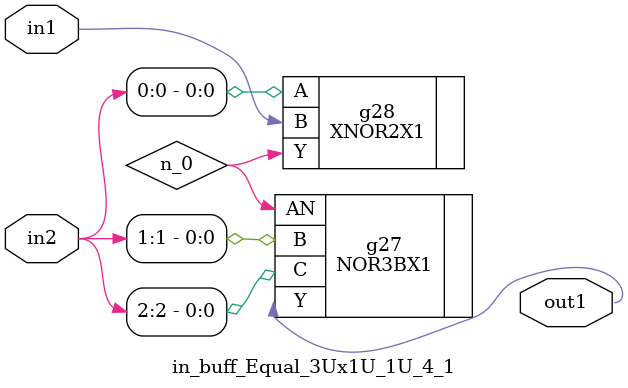
<source format=v>
`timescale 1ps / 1ps


module in_buff_Equal_3Ux1U_1U_4_1(in2, in1, out1);
  input [2:0] in2;
  input in1;
  output out1;
  wire [2:0] in2;
  wire in1;
  wire out1;
  wire n_0;
  NOR3BX1 g27(.AN (n_0), .B (in2[1]), .C (in2[2]), .Y (out1));
  XNOR2X1 g28(.A (in2[0]), .B (in1), .Y (n_0));
endmodule



</source>
